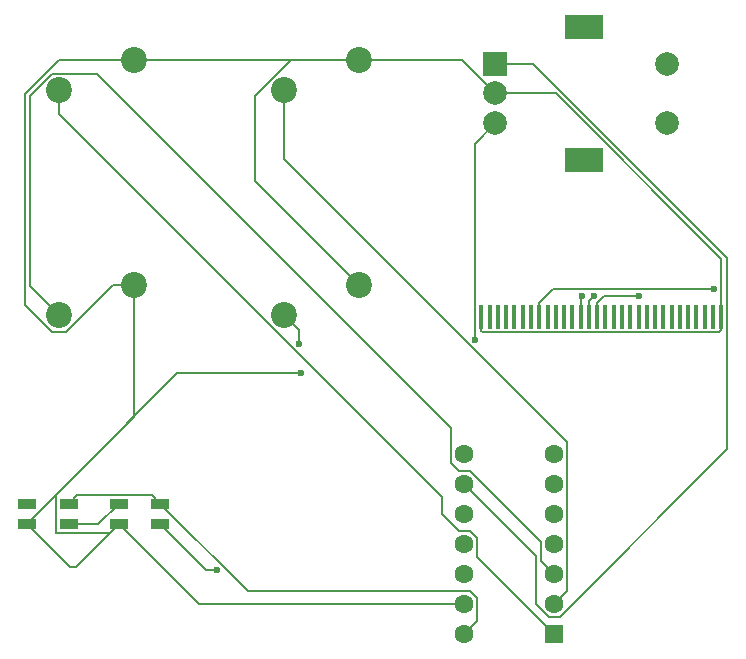
<source format=gbr>
%TF.GenerationSoftware,KiCad,Pcbnew,9.0.7*%
%TF.CreationDate,2026-02-07T12:31:03+00:00*%
%TF.ProjectId,micro discord board,6d696372-6f20-4646-9973-636f72642062,rev?*%
%TF.SameCoordinates,Original*%
%TF.FileFunction,Copper,L1,Top*%
%TF.FilePolarity,Positive*%
%FSLAX46Y46*%
G04 Gerber Fmt 4.6, Leading zero omitted, Abs format (unit mm)*
G04 Created by KiCad (PCBNEW 9.0.7) date 2026-02-07 12:31:03*
%MOMM*%
%LPD*%
G01*
G04 APERTURE LIST*
G04 Aperture macros list*
%AMRoundRect*
0 Rectangle with rounded corners*
0 $1 Rounding radius*
0 $2 $3 $4 $5 $6 $7 $8 $9 X,Y pos of 4 corners*
0 Add a 4 corners polygon primitive as box body*
4,1,4,$2,$3,$4,$5,$6,$7,$8,$9,$2,$3,0*
0 Add four circle primitives for the rounded corners*
1,1,$1+$1,$2,$3*
1,1,$1+$1,$4,$5*
1,1,$1+$1,$6,$7*
1,1,$1+$1,$8,$9*
0 Add four rect primitives between the rounded corners*
20,1,$1+$1,$2,$3,$4,$5,0*
20,1,$1+$1,$4,$5,$6,$7,0*
20,1,$1+$1,$6,$7,$8,$9,0*
20,1,$1+$1,$8,$9,$2,$3,0*%
G04 Aperture macros list end*
%TA.AperFunction,ComponentPad*%
%ADD10C,2.200000*%
%TD*%
%TA.AperFunction,SMDPad,CuDef*%
%ADD11R,1.600000X0.850000*%
%TD*%
%TA.AperFunction,SMDPad,CuDef*%
%ADD12R,0.400000X2.000000*%
%TD*%
%TA.AperFunction,ComponentPad*%
%ADD13R,2.000000X2.000000*%
%TD*%
%TA.AperFunction,ComponentPad*%
%ADD14C,2.000000*%
%TD*%
%TA.AperFunction,ComponentPad*%
%ADD15R,3.200000X2.000000*%
%TD*%
%TA.AperFunction,ComponentPad*%
%ADD16RoundRect,0.250000X0.550000X0.550000X-0.550000X0.550000X-0.550000X-0.550000X0.550000X-0.550000X0*%
%TD*%
%TA.AperFunction,ComponentPad*%
%ADD17C,1.600000*%
%TD*%
%TA.AperFunction,ViaPad*%
%ADD18C,0.600000*%
%TD*%
%TA.AperFunction,Conductor*%
%ADD19C,0.200000*%
%TD*%
G04 APERTURE END LIST*
D10*
%TO.P,SW3,1,1*%
%TO.N,GND*%
X88265000Y-61595000D03*
%TO.P,SW3,2,2*%
%TO.N,Net-(U1-GPIO28{slash}ADC2{slash}A2)*%
X81915000Y-64135000D03*
%TD*%
D11*
%TO.P,D2,1,DOUT*%
%TO.N,unconnected-(D2-DOUT-Pad1)*%
X79212500Y-80087500D03*
%TO.P,D2,2,VSS*%
%TO.N,GND*%
X79212500Y-81837500D03*
%TO.P,D2,3,DIN*%
%TO.N,Net-(D1-DOUT)*%
X82712500Y-81837500D03*
%TO.P,D2,4,VDD*%
%TO.N,+5V*%
X82712500Y-80087500D03*
%TD*%
D10*
%TO.P,SW4,1,1*%
%TO.N,GND*%
X107315000Y-61595000D03*
%TO.P,SW4,2,2*%
%TO.N,Net-(U1-GPIO29{slash}ADC3{slash}A3)*%
X100965000Y-64135000D03*
%TD*%
D12*
%TO.P,DS1,1,GND*%
%TO.N,GND*%
X117668750Y-64293750D03*
%TO.P,DS1,2,C2N*%
%TO.N,unconnected-(DS1-C2N-Pad2)*%
X118368750Y-64293750D03*
%TO.P,DS1,3,C2P*%
%TO.N,unconnected-(DS1-C2P-Pad3)*%
X119068750Y-64293750D03*
%TO.P,DS1,4,C1P*%
%TO.N,unconnected-(DS1-C1P-Pad4)*%
X119768750Y-64293750D03*
%TO.P,DS1,5,C1N*%
%TO.N,unconnected-(DS1-C1N-Pad5)*%
X120468750Y-64293750D03*
%TO.P,DS1,6,VBAT*%
%TO.N,unconnected-(DS1-VBAT-Pad6)*%
X121168750Y-64293750D03*
%TO.P,DS1,7,NC*%
%TO.N,unconnected-(DS1-NC-Pad7)*%
X121868750Y-64293750D03*
%TO.P,DS1,8,VSS*%
%TO.N,+5V*%
X122568750Y-64293750D03*
%TO.P,DS1,9,VDD*%
%TO.N,unconnected-(DS1-VDD-Pad9)*%
X123268750Y-64293750D03*
%TO.P,DS1,10,BS0*%
%TO.N,unconnected-(DS1-BS0-Pad10)*%
X123968750Y-64293750D03*
%TO.P,DS1,11,BS1*%
%TO.N,unconnected-(DS1-BS1-Pad11)*%
X124668750Y-64293750D03*
%TO.P,DS1,12,BS2*%
%TO.N,unconnected-(DS1-BS2-Pad12)*%
X125368750Y-64293750D03*
%TO.P,DS1,13,~{CS}*%
%TO.N,Net-(DS1-~{CS})*%
X126068750Y-64293750D03*
%TO.P,DS1,14,~{RES}*%
%TO.N,Net-(DS1-~{RES})*%
X126768750Y-64293750D03*
%TO.P,DS1,15,D/~{C}*%
%TO.N,Net-(DS1-D{slash}~{C})*%
X127468750Y-64293750D03*
%TO.P,DS1,16,R/~{W}*%
%TO.N,unconnected-(DS1-R{slash}~{W}-Pad16)*%
X128168750Y-64293750D03*
%TO.P,DS1,17,E/~{RD}*%
%TO.N,unconnected-(DS1-E{slash}~{RD}-Pad17)*%
X128868750Y-64293750D03*
%TO.P,DS1,18,D0*%
%TO.N,unconnected-(DS1-D0-Pad18)*%
X129568750Y-64293750D03*
%TO.P,DS1,19,D1*%
%TO.N,unconnected-(DS1-D1-Pad19)*%
X130268750Y-64293750D03*
%TO.P,DS1,20,D2*%
%TO.N,unconnected-(DS1-D2-Pad20)*%
X130968750Y-64293750D03*
%TO.P,DS1,21,D3*%
%TO.N,unconnected-(DS1-D3-Pad21)*%
X131668750Y-64293750D03*
%TO.P,DS1,22,D4*%
%TO.N,unconnected-(DS1-D4-Pad22)*%
X132368750Y-64293750D03*
%TO.P,DS1,23,D5*%
%TO.N,unconnected-(DS1-D5-Pad23)*%
X133068750Y-64293750D03*
%TO.P,DS1,24,D6*%
%TO.N,unconnected-(DS1-D6-Pad24)*%
X133768750Y-64293750D03*
%TO.P,DS1,25,D7*%
%TO.N,unconnected-(DS1-D7-Pad25)*%
X134468750Y-64293750D03*
%TO.P,DS1,26,IREF*%
%TO.N,unconnected-(DS1-IREF-Pad26)*%
X135168750Y-64293750D03*
%TO.P,DS1,27,VCOMH*%
%TO.N,unconnected-(DS1-VCOMH-Pad27)*%
X135868750Y-64293750D03*
%TO.P,DS1,28,VCC*%
%TO.N,unconnected-(DS1-VCC-Pad28)*%
X136568750Y-64293750D03*
%TO.P,DS1,29,VLSS*%
%TO.N,unconnected-(DS1-VLSS-Pad29)*%
X137268750Y-64293750D03*
%TO.P,DS1,30,GND*%
%TO.N,GND*%
X137968750Y-64293750D03*
%TD*%
D13*
%TO.P,SW5,A,A*%
%TO.N,Net-(U1-GPIO2{slash}SCK)*%
X118850000Y-42862500D03*
D14*
%TO.P,SW5,B,B*%
%TO.N,Net-(U1-GPIO1{slash}RX)*%
X118850000Y-47862500D03*
%TO.P,SW5,C,C*%
%TO.N,GND*%
X118850000Y-45362500D03*
D15*
%TO.P,SW5,MP*%
%TO.N,N/C*%
X126350000Y-39762500D03*
X126350000Y-50962500D03*
D14*
%TO.P,SW5,S1*%
X133350000Y-47862500D03*
%TO.P,SW5,S2*%
X133350000Y-42862500D03*
%TD*%
D16*
%TO.P,U1,1,GPIO26/ADC0/A0*%
%TO.N,Net-(U1-GPIO26{slash}ADC0{slash}A0)*%
X123825000Y-91122500D03*
D17*
%TO.P,U1,2,GPIO27/ADC1/A1*%
%TO.N,Net-(U1-GPIO27{slash}ADC1{slash}A1)*%
X123825000Y-88582500D03*
%TO.P,U1,3,GPIO28/ADC2/A2*%
%TO.N,Net-(U1-GPIO28{slash}ADC2{slash}A2)*%
X123825000Y-86042500D03*
%TO.P,U1,4,GPIO29/ADC3/A3*%
%TO.N,Net-(U1-GPIO29{slash}ADC3{slash}A3)*%
X123825000Y-83502500D03*
%TO.P,U1,5,GPIO6/SDA*%
%TO.N,Net-(DS1-~{CS})*%
X123825000Y-80962500D03*
%TO.P,U1,6,GPIO7/SCL*%
%TO.N,unconnected-(U1-GPIO7{slash}SCL-Pad6)*%
X123825000Y-78422500D03*
%TO.P,U1,7,GPIO0/TX*%
%TO.N,Net-(DS1-~{RES})*%
X123825000Y-75882500D03*
%TO.P,U1,8,GPIO1/RX*%
%TO.N,Net-(U1-GPIO1{slash}RX)*%
X116205000Y-75882500D03*
%TO.P,U1,9,GPIO2/SCK*%
%TO.N,Net-(U1-GPIO2{slash}SCK)*%
X116205000Y-78422500D03*
%TO.P,U1,10,GPIO4/MISO*%
%TO.N,Net-(DS1-D{slash}~{C})*%
X116205000Y-80962500D03*
%TO.P,U1,11,GPIO3/MOSI*%
%TO.N,Net-(D1-DIN)*%
X116205000Y-83502500D03*
%TO.P,U1,12,3V3*%
%TO.N,unconnected-(U1-3V3-Pad12)*%
X116205000Y-86042500D03*
%TO.P,U1,13,GND*%
%TO.N,GND*%
X116205000Y-88582500D03*
%TO.P,U1,14,VBUS*%
%TO.N,+5V*%
X116205000Y-91122500D03*
%TD*%
D11*
%TO.P,D1,1,DOUT*%
%TO.N,Net-(D1-DOUT)*%
X86987500Y-80087500D03*
%TO.P,D1,2,VSS*%
%TO.N,GND*%
X86987500Y-81837500D03*
%TO.P,D1,3,DIN*%
%TO.N,Net-(D1-DIN)*%
X90487500Y-81837500D03*
%TO.P,D1,4,VDD*%
%TO.N,+5V*%
X90487500Y-80087500D03*
%TD*%
D10*
%TO.P,SW1,1,1*%
%TO.N,GND*%
X88265000Y-42545000D03*
%TO.P,SW1,2,2*%
%TO.N,Net-(U1-GPIO26{slash}ADC0{slash}A0)*%
X81915000Y-45085000D03*
%TD*%
%TO.P,SW2,1,1*%
%TO.N,GND*%
X107315000Y-42545000D03*
%TO.P,SW2,2,2*%
%TO.N,Net-(U1-GPIO27{slash}ADC1{slash}A1)*%
X100965000Y-45085000D03*
%TD*%
D18*
%TO.N,GND*%
X102393750Y-69056250D03*
%TO.N,+5V*%
X137368750Y-61912500D03*
%TO.N,Net-(D1-DIN)*%
X95250000Y-85725000D03*
%TO.N,Net-(DS1-~{CS})*%
X126206250Y-62512500D03*
%TO.N,Net-(DS1-~{RES})*%
X127201472Y-62512500D03*
%TO.N,Net-(DS1-D{slash}~{C})*%
X130968750Y-62512500D03*
%TO.N,Net-(U1-GPIO29{slash}ADC3{slash}A3)*%
X102226035Y-66602324D03*
%TO.N,Net-(U1-GPIO1{slash}RX)*%
X117105515Y-66250735D03*
%TD*%
D19*
%TO.N,GND*%
X81611500Y-82563500D02*
X81611500Y-79361500D01*
X79043000Y-63244314D02*
X79043000Y-45408586D01*
X86436314Y-61595000D02*
X82495314Y-65536000D01*
X117668750Y-65493750D02*
X117668750Y-64293750D01*
X93732500Y-88582500D02*
X116205000Y-88582500D01*
X81906586Y-42545000D02*
X107315000Y-42545000D01*
X79043000Y-45408586D02*
X81906586Y-42545000D01*
X107315000Y-42545000D02*
X116032500Y-42545000D01*
X98494000Y-45574686D02*
X98494000Y-52774000D01*
X86987500Y-81837500D02*
X86261500Y-82563500D01*
X81906586Y-42545000D02*
X88265000Y-42545000D01*
X91916750Y-69056250D02*
X102393750Y-69056250D01*
X88265000Y-61595000D02*
X86436314Y-61595000D01*
X137769750Y-65594750D02*
X117769750Y-65594750D01*
X123952000Y-45362500D02*
X137968750Y-59379250D01*
X107315000Y-42545000D02*
X101523686Y-42545000D01*
X86261500Y-82563500D02*
X81611500Y-82563500D01*
X98494000Y-52774000D02*
X107315000Y-61595000D01*
X88265000Y-61595000D02*
X88265000Y-72785000D01*
X137968750Y-65395750D02*
X137769750Y-65594750D01*
X79212500Y-81837500D02*
X82856250Y-85481250D01*
X82856250Y-85481250D02*
X83343750Y-85481250D01*
X83343750Y-85481250D02*
X86987500Y-81837500D01*
X81334686Y-65536000D02*
X79043000Y-63244314D01*
X101523686Y-42545000D02*
X98494000Y-45574686D01*
X137968750Y-59379250D02*
X137968750Y-64293750D01*
X137968750Y-64293750D02*
X137968750Y-65395750D01*
X117769750Y-65594750D02*
X117668750Y-65493750D01*
X118850000Y-45362500D02*
X123952000Y-45362500D01*
X82495314Y-65536000D02*
X81334686Y-65536000D01*
X88265000Y-42545000D02*
X107315000Y-42545000D01*
X86987500Y-81837500D02*
X93732500Y-88582500D01*
X88265000Y-72785000D02*
X79212500Y-81837500D01*
X81611500Y-79361500D02*
X91916750Y-69056250D01*
X116032500Y-42545000D02*
X118850000Y-45362500D01*
%TO.N,+5V*%
X117306000Y-88126450D02*
X116661050Y-87481500D01*
X122568750Y-63093750D02*
X123750000Y-61912500D01*
X82712500Y-80087500D02*
X83438500Y-79361500D01*
X89761500Y-79361500D02*
X90487500Y-80087500D01*
X123750000Y-61912500D02*
X137368750Y-61912500D01*
X117306000Y-90021500D02*
X117306000Y-88126450D01*
X97881500Y-87481500D02*
X90487500Y-80087500D01*
X116205000Y-91122500D02*
X117306000Y-90021500D01*
X122568750Y-64293750D02*
X122568750Y-63093750D01*
X116661050Y-87481500D02*
X97881500Y-87481500D01*
X83438500Y-79361500D02*
X89761500Y-79361500D01*
%TO.N,Net-(D1-DOUT)*%
X85237500Y-81837500D02*
X86987500Y-80087500D01*
X82712500Y-81837500D02*
X85237500Y-81837500D01*
%TO.N,Net-(D1-DIN)*%
X90487500Y-81837500D02*
X94375000Y-85725000D01*
X116205000Y-83502500D02*
X116522500Y-83502500D01*
X116522500Y-83502500D02*
X116681250Y-83343750D01*
X94375000Y-85725000D02*
X95250000Y-85725000D01*
%TO.N,Net-(DS1-~{CS})*%
X126068750Y-62650000D02*
X126206250Y-62512500D01*
X126068750Y-64293750D02*
X126068750Y-62650000D01*
X123825000Y-80962500D02*
X124525000Y-80962500D01*
%TO.N,Net-(DS1-~{RES})*%
X126768750Y-64293750D02*
X126768750Y-62945222D01*
X126768750Y-62945222D02*
X127201472Y-62512500D01*
%TO.N,Net-(DS1-D{slash}~{C})*%
X128050000Y-62512500D02*
X130968750Y-62512500D01*
X127468750Y-64293750D02*
X127468750Y-63093750D01*
X127468750Y-63093750D02*
X128050000Y-62512500D01*
%TO.N,Net-(U1-GPIO26{slash}ADC0{slash}A0)*%
X115748950Y-82401500D02*
X116661050Y-82401500D01*
X116661050Y-82401500D02*
X117306000Y-83046450D01*
X117306000Y-83046450D02*
X117306000Y-84603500D01*
X81915000Y-45085000D02*
X81915000Y-47139816D01*
X117306000Y-84603500D02*
X123825000Y-91122500D01*
X81915000Y-47139816D02*
X114298684Y-79523500D01*
X114298684Y-79523500D02*
X114298684Y-80951234D01*
X114298684Y-80951234D02*
X115748950Y-82401500D01*
%TO.N,Net-(U1-GPIO27{slash}ADC1{slash}A1)*%
X124926000Y-87481500D02*
X123825000Y-88582500D01*
X100965000Y-45085000D02*
X100965000Y-50958750D01*
X124926000Y-74919750D02*
X124926000Y-87481500D01*
X100965000Y-50958750D02*
X124926000Y-74919750D01*
%TO.N,Net-(U1-GPIO28{slash}ADC2{slash}A2)*%
X85108816Y-43684000D02*
X115104000Y-73679184D01*
X81915000Y-64135000D02*
X79444000Y-61664000D01*
X115748950Y-77321500D02*
X116661050Y-77321500D01*
X122724000Y-84941500D02*
X123825000Y-86042500D01*
X122724000Y-83384450D02*
X122724000Y-84941500D01*
X79444000Y-45574686D02*
X81334686Y-43684000D01*
X79444000Y-61664000D02*
X79444000Y-45574686D01*
X81334686Y-43684000D02*
X85108816Y-43684000D01*
X116661050Y-77321500D02*
X122724000Y-83384450D01*
X115104000Y-76676550D02*
X115748950Y-77321500D01*
X115104000Y-73679184D02*
X115104000Y-76676550D01*
%TO.N,Net-(U1-GPIO29{slash}ADC3{slash}A3)*%
X100965000Y-64135000D02*
X102226035Y-65396035D01*
X102226035Y-65396035D02*
X102226035Y-66602324D01*
%TO.N,Net-(U1-GPIO2{slash}SCK)*%
X118850000Y-42862500D02*
X122019100Y-42862500D01*
X138469750Y-59313150D02*
X138469750Y-75494800D01*
X122019100Y-42862500D02*
X138469750Y-59313150D01*
X122323000Y-88637550D02*
X122323000Y-84540500D01*
X122323000Y-84540500D02*
X116205000Y-78422500D01*
X123368950Y-89683500D02*
X122323000Y-88637550D01*
X138469750Y-75494800D02*
X124281050Y-89683500D01*
X124281050Y-89683500D02*
X123368950Y-89683500D01*
%TO.N,Net-(U1-GPIO1{slash}RX)*%
X117105515Y-49606985D02*
X117105515Y-66250735D01*
X118850000Y-47862500D02*
X117105515Y-49606985D01*
%TD*%
M02*

</source>
